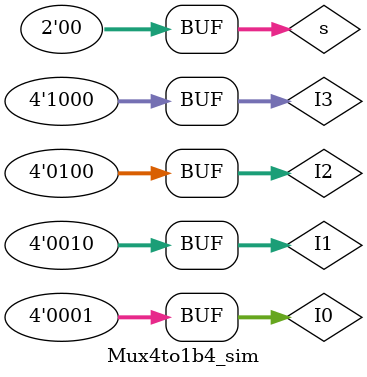
<source format=v>
`timescale 1ns / 1ps
module Mux4to1b4_sim();
   reg [1:0] s;
   reg [3:0] I1;
   reg [3:0] I2;
   reg [3:0] I3;
   reg [3:0] I0;
   wire [3:0] o;
   Mux4to1b4 UUT (
		.s(s), 
		.I1(I1), 
		.I2(I2), 
		.I3(I3), 
		.I0(I0), 
		.o(o)
   );
   initial begin
		s = 0;
		I1 = 0;
		I2 = 0;
		I3 = 0;
		I0 = 0;
	   #50;
		s = 2'b01;
		#50;
		s = 2'b10;
		#50;
		s = 2'b11;
		#50;
		s = 0;
	end
	initial begin
		 I0 = 4'b0001;
		 I1 = 4'b0010;
		 I2 = 4'b0100;
		 I3 = 4'b1000;
	end
endmodule

</source>
